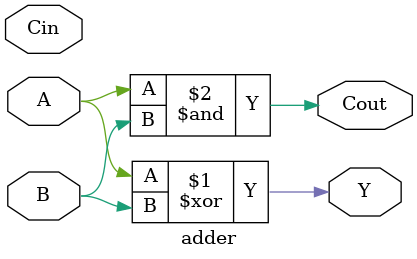
<source format=v>
module adder(
    // Declare your A/B inputs
    input A, B, Cin,
    // Declare Y output
    output Y,
    // Declare carry output
    Cout
);

    // Enter logic equation here
    assign Y = A ^ B;
    assign Cout = A & B;

endmodule
</source>
